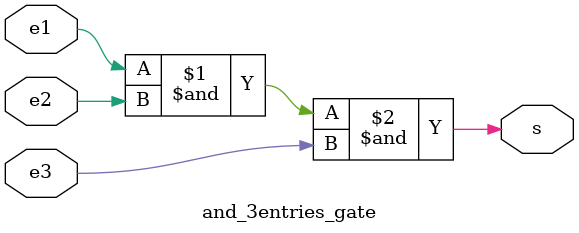
<source format=v>
module and_3entries_gate (e1, e2, e3, s);
    input e1;
    input e2;
    input e3;
    output s;


    assign s = e1 & e2 & e3;

endmodule
</source>
